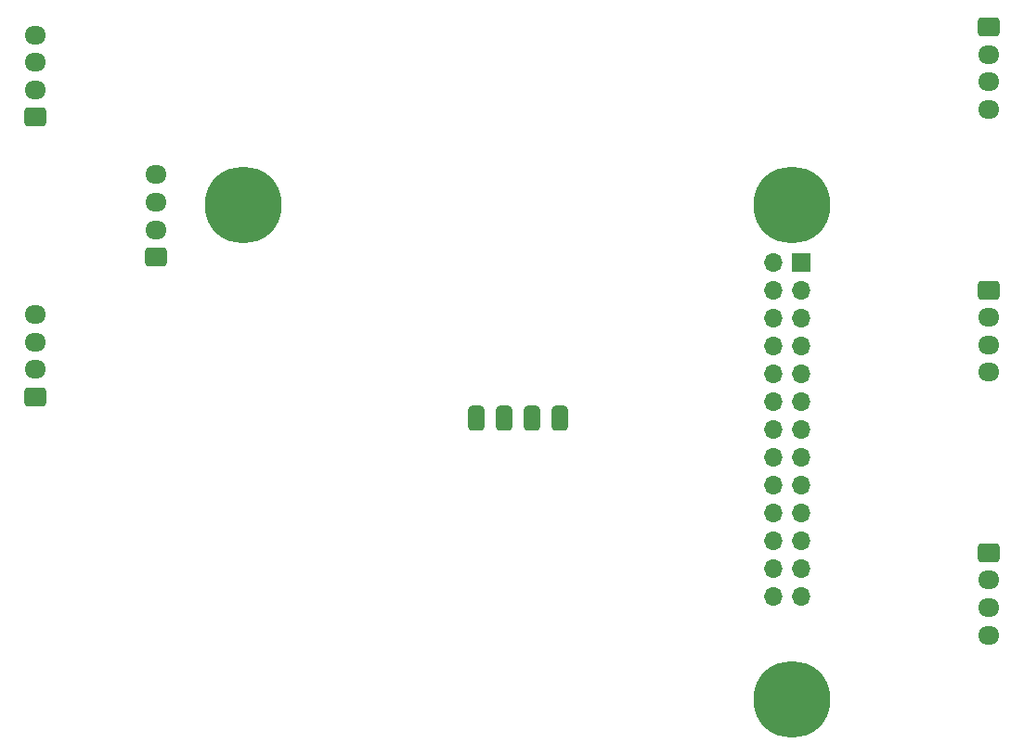
<source format=gbs>
%TF.GenerationSoftware,KiCad,Pcbnew,8.0.4-8.0.4-0~ubuntu22.04.1*%
%TF.CreationDate,2024-09-28T14:33:57-04:00*%
%TF.ProjectId,hivemind-pcb,68697665-6d69-46e6-942d-7063622e6b69,rev?*%
%TF.SameCoordinates,Original*%
%TF.FileFunction,Soldermask,Bot*%
%TF.FilePolarity,Negative*%
%FSLAX46Y46*%
G04 Gerber Fmt 4.6, Leading zero omitted, Abs format (unit mm)*
G04 Created by KiCad (PCBNEW 8.0.4-8.0.4-0~ubuntu22.04.1) date 2024-09-28 14:33:57*
%MOMM*%
%LPD*%
G01*
G04 APERTURE LIST*
G04 Aperture macros list*
%AMRoundRect*
0 Rectangle with rounded corners*
0 $1 Rounding radius*
0 $2 $3 $4 $5 $6 $7 $8 $9 X,Y pos of 4 corners*
0 Add a 4 corners polygon primitive as box body*
4,1,4,$2,$3,$4,$5,$6,$7,$8,$9,$2,$3,0*
0 Add four circle primitives for the rounded corners*
1,1,$1+$1,$2,$3*
1,1,$1+$1,$4,$5*
1,1,$1+$1,$6,$7*
1,1,$1+$1,$8,$9*
0 Add four rect primitives between the rounded corners*
20,1,$1+$1,$2,$3,$4,$5,0*
20,1,$1+$1,$4,$5,$6,$7,0*
20,1,$1+$1,$6,$7,$8,$9,0*
20,1,$1+$1,$8,$9,$2,$3,0*%
G04 Aperture macros list end*
%ADD10O,1.950000X1.700000*%
%ADD11RoundRect,0.250000X-0.725000X0.600000X-0.725000X-0.600000X0.725000X-0.600000X0.725000X0.600000X0*%
%ADD12C,7.000000*%
%ADD13RoundRect,0.250000X0.725000X-0.600000X0.725000X0.600000X-0.725000X0.600000X-0.725000X-0.600000X0*%
%ADD14RoundRect,0.381000X0.381000X-0.762000X0.381000X0.762000X-0.381000X0.762000X-0.381000X-0.762000X0*%
%ADD15O,1.700000X1.700000*%
%ADD16R,1.700000X1.700000*%
G04 APERTURE END LIST*
D10*
%TO.C,Queen*%
X246500000Y-55250000D03*
X246500000Y-52750000D03*
X246500000Y-50250000D03*
D11*
X246500000Y-47750000D03*
%TD*%
D10*
%TO.C,Checkers1*%
X246500000Y-103250000D03*
X246500000Y-100750000D03*
X246500000Y-98250000D03*
D11*
X246500000Y-95750000D03*
%TD*%
D12*
%TO.C,REF\u002A\u002A*%
X228500000Y-64000000D03*
%TD*%
D10*
%TO.C,Abs*%
X159500000Y-48500000D03*
X159500000Y-51000000D03*
X159500000Y-53500000D03*
D13*
X159500000Y-56000000D03*
%TD*%
D10*
%TO.C,Skulls1*%
X246500000Y-79250000D03*
X246500000Y-76750000D03*
X246500000Y-74250000D03*
D11*
X246500000Y-71750000D03*
%TD*%
D12*
%TO.C,REF\u002A\u002A*%
X228500000Y-109150000D03*
%TD*%
D10*
%TO.C,LCD*%
X170500000Y-61250000D03*
X170500000Y-63750000D03*
X170500000Y-66250000D03*
D13*
X170500000Y-68750000D03*
%TD*%
D12*
%TO.C,REF\u002A\u002A*%
X178500000Y-64000000D03*
%TD*%
D10*
%TO.C,Stripes*%
X159500000Y-74000000D03*
X159500000Y-76500000D03*
X159500000Y-79000000D03*
D13*
X159500000Y-81500000D03*
%TD*%
D14*
%TO.C,PN532*%
X199750000Y-83500000D03*
X202290000Y-83500000D03*
X204830000Y-83500000D03*
X207370000Y-83500000D03*
%TD*%
D15*
%TO.C,OPiZero3*%
X226860000Y-99730000D03*
X229400000Y-99730000D03*
X226860000Y-97190000D03*
X229400000Y-97190000D03*
X226860000Y-94650000D03*
X229400000Y-94650000D03*
X226860000Y-92110000D03*
X229400000Y-92110000D03*
X226860000Y-89570000D03*
X229400000Y-89570000D03*
X226860000Y-87030000D03*
X229400000Y-87030000D03*
X226860000Y-84490000D03*
X229400000Y-84490000D03*
X226860000Y-81950000D03*
X229400000Y-81950000D03*
X226860000Y-79410000D03*
X229400000Y-79410000D03*
X226860000Y-76870000D03*
X229400000Y-76870000D03*
X226860000Y-74330000D03*
X229400000Y-74330000D03*
X226860000Y-71790000D03*
X229400000Y-71790000D03*
X226860000Y-69250000D03*
D16*
X229400000Y-69250000D03*
%TD*%
M02*

</source>
